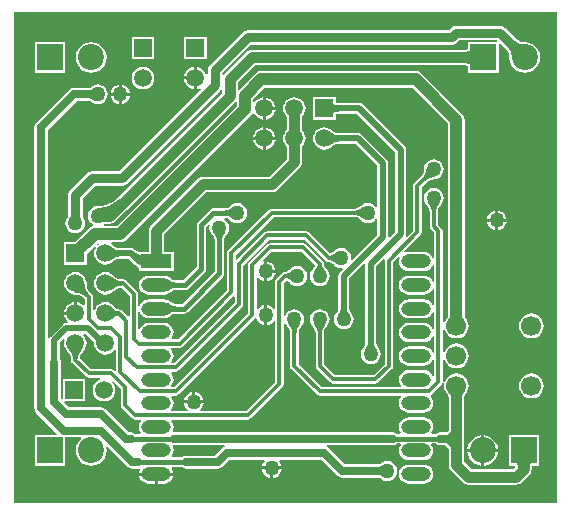
<source format=gbl>
%FSLAX25Y25*%
%MOIN*%
G70*
G01*
G75*
G04 Layer_Physical_Order=4*
G04 Layer_Color=16711680*
%ADD10C,0.02756*%
%ADD11C,0.01181*%
%ADD12C,0.01969*%
%ADD13C,0.01575*%
%ADD14C,0.03543*%
%ADD15C,0.03937*%
%ADD16C,0.03150*%
%ADD17R,0.04331X0.06693*%
%ADD18R,0.07480X0.09449*%
%ADD19O,0.07874X0.01378*%
%ADD20R,0.06693X0.04331*%
%ADD21R,0.03740X0.08661*%
%ADD22R,0.21654X0.26378*%
%ADD23O,0.06890X0.02165*%
%ADD24O,0.02165X0.06890*%
%ADD25R,0.07087X0.06299*%
G04:AMPARAMS|DCode=26|XSize=49.5mil|YSize=30mil|CornerRadius=0mil|HoleSize=0mil|Usage=FLASHONLY|Rotation=315.000|XOffset=0mil|YOffset=0mil|HoleType=Round|Shape=Rectangle|*
%AMROTATEDRECTD26*
4,1,4,-0.02811,0.00689,-0.00689,0.02811,0.02811,-0.00689,0.00689,-0.02811,-0.02811,0.00689,0.0*
%
%ADD26ROTATEDRECTD26*%

G04:AMPARAMS|DCode=27|XSize=49.5mil|YSize=30mil|CornerRadius=0mil|HoleSize=0mil|Usage=FLASHONLY|Rotation=45.000|XOffset=0mil|YOffset=0mil|HoleType=Round|Shape=Rectangle|*
%AMROTATEDRECTD27*
4,1,4,-0.00689,-0.02811,-0.02811,-0.00689,0.00689,0.02811,0.02811,0.00689,-0.00689,-0.02811,0.0*
%
%ADD27ROTATEDRECTD27*%

G04:AMPARAMS|DCode=28|XSize=42.4mil|YSize=15.23mil|CornerRadius=0mil|HoleSize=0mil|Usage=FLASHONLY|Rotation=315.000|XOffset=0mil|YOffset=0mil|HoleType=Round|Shape=Rectangle|*
%AMROTATEDRECTD28*
4,1,4,-0.02038,0.00961,-0.00961,0.02038,0.02038,-0.00961,0.00961,-0.02038,-0.02038,0.00961,0.0*
%
%ADD28ROTATEDRECTD28*%

G04:AMPARAMS|DCode=29|XSize=65mil|YSize=27.71mil|CornerRadius=0mil|HoleSize=0mil|Usage=FLASHONLY|Rotation=315.000|XOffset=0mil|YOffset=0mil|HoleType=Round|Shape=Rectangle|*
%AMROTATEDRECTD29*
4,1,4,-0.03278,0.01318,-0.01318,0.03278,0.03278,-0.01318,0.01318,-0.03278,-0.03278,0.01318,0.0*
%
%ADD29ROTATEDRECTD29*%

G04:AMPARAMS|DCode=30|XSize=60.87mil|YSize=31.82mil|CornerRadius=0mil|HoleSize=0mil|Usage=FLASHONLY|Rotation=45.000|XOffset=0mil|YOffset=0mil|HoleType=Round|Shape=Rectangle|*
%AMROTATEDRECTD30*
4,1,4,-0.01027,-0.03277,-0.03277,-0.01027,0.01027,0.03277,0.03277,0.01027,-0.01027,-0.03277,0.0*
%
%ADD30ROTATEDRECTD30*%

G04:AMPARAMS|DCode=31|XSize=55mil|YSize=25mil|CornerRadius=0mil|HoleSize=0mil|Usage=FLASHONLY|Rotation=45.000|XOffset=0mil|YOffset=0mil|HoleType=Round|Shape=Rectangle|*
%AMROTATEDRECTD31*
4,1,4,-0.01061,-0.02828,-0.02828,-0.01061,0.01061,0.02828,0.02828,0.01061,-0.01061,-0.02828,0.0*
%
%ADD31ROTATEDRECTD31*%

%ADD32R,0.00500X0.01000*%
G04:AMPARAMS|DCode=33|XSize=65mil|YSize=30mil|CornerRadius=0mil|HoleSize=0mil|Usage=FLASHONLY|Rotation=311.618|XOffset=0mil|YOffset=0mil|HoleType=Round|Shape=Rectangle|*
%AMROTATEDRECTD33*
4,1,4,-0.03280,0.01433,-0.01037,0.03426,0.03280,-0.01433,0.01037,-0.03426,-0.03280,0.01433,0.0*
%
%ADD33ROTATEDRECTD33*%

%ADD34P,0.07071X4X360.0*%
G04:AMPARAMS|DCode=35|XSize=40.51mil|YSize=13.28mil|CornerRadius=0mil|HoleSize=0mil|Usage=FLASHONLY|Rotation=45.000|XOffset=0mil|YOffset=0mil|HoleType=Round|Shape=Rectangle|*
%AMROTATEDRECTD35*
4,1,4,-0.00963,-0.01902,-0.01902,-0.00963,0.00963,0.01902,0.01902,0.00963,-0.00963,-0.01902,0.0*
%
%ADD35ROTATEDRECTD35*%

G04:AMPARAMS|DCode=36|XSize=40mil|YSize=11.71mil|CornerRadius=0mil|HoleSize=0mil|Usage=FLASHONLY|Rotation=51.340|XOffset=0mil|YOffset=0mil|HoleType=Round|Shape=Rectangle|*
%AMROTATEDRECTD36*
4,1,4,-0.00792,-0.01928,-0.01707,-0.01196,0.00792,0.01928,0.01707,0.01196,-0.00792,-0.01928,0.0*
%
%ADD36ROTATEDRECTD36*%

G04:AMPARAMS|DCode=37|XSize=31.15mil|YSize=14.57mil|CornerRadius=0mil|HoleSize=0mil|Usage=FLASHONLY|Rotation=315.000|XOffset=0mil|YOffset=0mil|HoleType=Round|Shape=Rectangle|*
%AMROTATEDRECTD37*
4,1,4,-0.01617,0.00586,-0.00586,0.01617,0.01617,-0.00586,0.00586,-0.01617,-0.01617,0.00586,0.0*
%
%ADD37ROTATEDRECTD37*%

G04:AMPARAMS|DCode=38|XSize=35mil|YSize=15mil|CornerRadius=0mil|HoleSize=0mil|Usage=FLASHONLY|Rotation=45.000|XOffset=0mil|YOffset=0mil|HoleType=Round|Shape=Rectangle|*
%AMROTATEDRECTD38*
4,1,4,-0.00707,-0.01768,-0.01768,-0.00707,0.00707,0.01768,0.01768,0.00707,-0.00707,-0.01768,0.0*
%
%ADD38ROTATEDRECTD38*%

G04:AMPARAMS|DCode=39|XSize=35mil|YSize=15mil|CornerRadius=0mil|HoleSize=0mil|Usage=FLASHONLY|Rotation=315.000|XOffset=0mil|YOffset=0mil|HoleType=Round|Shape=Rectangle|*
%AMROTATEDRECTD39*
4,1,4,-0.01768,0.00707,-0.00707,0.01768,0.01768,-0.00707,0.00707,-0.01768,-0.01768,0.00707,0.0*
%
%ADD39ROTATEDRECTD39*%

G04:AMPARAMS|DCode=40|XSize=17.93mil|YSize=33.18mil|CornerRadius=0mil|HoleSize=0mil|Usage=FLASHONLY|Rotation=315.000|XOffset=0mil|YOffset=0mil|HoleType=Round|Shape=Rectangle|*
%AMROTATEDRECTD40*
4,1,4,-0.01807,-0.00539,0.00539,0.01807,0.01807,0.00539,-0.00539,-0.01807,-0.01807,-0.00539,0.0*
%
%ADD40ROTATEDRECTD40*%

G04:AMPARAMS|DCode=41|XSize=27.23mil|YSize=15mil|CornerRadius=0mil|HoleSize=0mil|Usage=FLASHONLY|Rotation=45.000|XOffset=0mil|YOffset=0mil|HoleType=Round|Shape=Rectangle|*
%AMROTATEDRECTD41*
4,1,4,-0.00432,-0.01493,-0.01493,-0.00432,0.00432,0.01493,0.01493,0.00432,-0.00432,-0.01493,0.0*
%
%ADD41ROTATEDRECTD41*%

G04:AMPARAMS|DCode=42|XSize=30.51mil|YSize=15mil|CornerRadius=0mil|HoleSize=0mil|Usage=FLASHONLY|Rotation=315.000|XOffset=0mil|YOffset=0mil|HoleType=Round|Shape=Rectangle|*
%AMROTATEDRECTD42*
4,1,4,-0.01609,0.00548,-0.00548,0.01609,0.01609,-0.00548,0.00548,-0.01609,-0.01609,0.00548,0.0*
%
%ADD42ROTATEDRECTD42*%

G04:AMPARAMS|DCode=43|XSize=15mil|YSize=10.61mil|CornerRadius=0mil|HoleSize=0mil|Usage=FLASHONLY|Rotation=315.000|XOffset=0mil|YOffset=0mil|HoleType=Round|Shape=Rectangle|*
%AMROTATEDRECTD43*
4,1,4,-0.00905,0.00155,-0.00155,0.00905,0.00905,-0.00155,0.00155,-0.00905,-0.00905,0.00155,0.0*
%
%ADD43ROTATEDRECTD43*%

G04:AMPARAMS|DCode=44|XSize=25mil|YSize=11.24mil|CornerRadius=0mil|HoleSize=0mil|Usage=FLASHONLY|Rotation=41.479|XOffset=0mil|YOffset=0mil|HoleType=Round|Shape=Rectangle|*
%AMROTATEDRECTD44*
4,1,4,-0.00564,-0.01249,-0.01309,-0.00407,0.00564,0.01249,0.01309,0.00407,-0.00564,-0.01249,0.0*
%
%ADD44ROTATEDRECTD44*%

G04:AMPARAMS|DCode=45|XSize=19.45mil|YSize=10mil|CornerRadius=0mil|HoleSize=0mil|Usage=FLASHONLY|Rotation=311.390|XOffset=0mil|YOffset=0mil|HoleType=Round|Shape=Rectangle|*
%AMROTATEDRECTD45*
4,1,4,-0.01018,0.00399,-0.00268,0.01060,0.01018,-0.00399,0.00268,-0.01060,-0.01018,0.00399,0.0*
%
%ADD45ROTATEDRECTD45*%

G04:AMPARAMS|DCode=46|XSize=23.54mil|YSize=10mil|CornerRadius=0mil|HoleSize=0mil|Usage=FLASHONLY|Rotation=45.000|XOffset=0mil|YOffset=0mil|HoleType=Round|Shape=Rectangle|*
%AMROTATEDRECTD46*
4,1,4,-0.00479,-0.01186,-0.01186,-0.00479,0.00479,0.01186,0.01186,0.00479,-0.00479,-0.01186,0.0*
%
%ADD46ROTATEDRECTD46*%

G04:AMPARAMS|DCode=47|XSize=49.5mil|YSize=17.93mil|CornerRadius=0mil|HoleSize=0mil|Usage=FLASHONLY|Rotation=45.000|XOffset=0mil|YOffset=0mil|HoleType=Round|Shape=Rectangle|*
%AMROTATEDRECTD47*
4,1,4,-0.01116,-0.02384,-0.02384,-0.01116,0.01116,0.02384,0.02384,0.01116,-0.01116,-0.02384,0.0*
%
%ADD47ROTATEDRECTD47*%

G04:AMPARAMS|DCode=48|XSize=71.37mil|YSize=59.39mil|CornerRadius=0mil|HoleSize=0mil|Usage=FLASHONLY|Rotation=330.602|XOffset=0mil|YOffset=0mil|HoleType=Round|Shape=Rectangle|*
%AMROTATEDRECTD48*
4,1,4,-0.04567,-0.00836,-0.01652,0.04339,0.04567,0.00836,0.01652,-0.04339,-0.04567,-0.00836,0.0*
%
%ADD48ROTATEDRECTD48*%

G04:AMPARAMS|DCode=49|XSize=106.12mil|YSize=43.14mil|CornerRadius=0mil|HoleSize=0mil|Usage=FLASHONLY|Rotation=315.000|XOffset=0mil|YOffset=0mil|HoleType=Round|Shape=Rectangle|*
%AMROTATEDRECTD49*
4,1,4,-0.05277,0.02227,-0.02227,0.05277,0.05277,-0.02227,0.02227,-0.05277,-0.05277,0.02227,0.0*
%
%ADD49ROTATEDRECTD49*%

G04:AMPARAMS|DCode=50|XSize=43.52mil|YSize=25.48mil|CornerRadius=0mil|HoleSize=0mil|Usage=FLASHONLY|Rotation=50.423|XOffset=0mil|YOffset=0mil|HoleType=Round|Shape=Rectangle|*
%AMROTATEDRECTD50*
4,1,4,-0.00405,-0.02489,-0.02368,-0.00866,0.00405,0.02489,0.02368,0.00866,-0.00405,-0.02489,0.0*
%
%ADD50ROTATEDRECTD50*%

%ADD51R,0.19500X0.06500*%
%ADD52R,0.05906X0.05906*%
%ADD53C,0.05906*%
%ADD54O,0.09843X0.04724*%
%ADD55R,0.09843X0.04724*%
%ADD56R,0.05906X0.05906*%
%ADD57C,0.06693*%
%ADD58C,0.08661*%
%ADD59R,0.08661X0.08661*%
%ADD60C,0.05000*%
%ADD61C,0.04000*%
%ADD62C,0.07543*%
%ADD63C,0.07150*%
%ADD64C,0.08724*%
%ADD65C,0.06800*%
G04:AMPARAMS|DCode=66|XSize=40mil|YSize=42.6mil|CornerRadius=0mil|HoleSize=0mil|Usage=FLASHONLY|Rotation=45.000|XOffset=0mil|YOffset=0mil|HoleType=Round|Shape=Rectangle|*
%AMROTATEDRECTD66*
4,1,4,0.00092,-0.02920,-0.02920,0.00092,-0.00092,0.02920,0.02920,-0.00092,0.00092,-0.02920,0.0*
%
%ADD66ROTATEDRECTD66*%

G36*
X182595Y1405D02*
X1405D01*
Y165095D01*
X182595D01*
Y1405D01*
D02*
G37*
%LPC*%
G36*
X21500Y68207D02*
X21024Y68144D01*
X20114Y67767D01*
X19332Y67168D01*
X18733Y66386D01*
X18356Y65476D01*
X18293Y65000D01*
X21500D01*
Y68207D01*
D02*
G37*
G36*
X162000Y95000D02*
X159250D01*
X159297Y94642D01*
X159628Y93842D01*
X160155Y93155D01*
X160842Y92629D01*
X161642Y92297D01*
X162000Y92250D01*
Y95000D01*
D02*
G37*
G36*
X174000Y44484D02*
X172921Y44342D01*
X171915Y43926D01*
X171052Y43263D01*
X170389Y42400D01*
X169973Y41394D01*
X169831Y40315D01*
X169973Y39236D01*
X170389Y38230D01*
X171052Y37367D01*
X171915Y36704D01*
X172921Y36288D01*
X174000Y36145D01*
X175079Y36288D01*
X176085Y36704D01*
X176948Y37367D01*
X177611Y38230D01*
X178027Y39236D01*
X178170Y40315D01*
X178027Y41394D01*
X177611Y42400D01*
X176948Y43263D01*
X176085Y43926D01*
X175079Y44342D01*
X174000Y44484D01*
D02*
G37*
G36*
Y64485D02*
X172921Y64342D01*
X171915Y63926D01*
X171052Y63263D01*
X170389Y62400D01*
X169973Y61394D01*
X169831Y60315D01*
X169973Y59236D01*
X170389Y58230D01*
X171052Y57367D01*
X171915Y56704D01*
X172921Y56287D01*
X174000Y56145D01*
X175079Y56287D01*
X176085Y56704D01*
X176948Y57367D01*
X177611Y58230D01*
X178027Y59236D01*
X178170Y60315D01*
X178027Y61394D01*
X177611Y62400D01*
X176948Y63263D01*
X176085Y63926D01*
X175079Y64342D01*
X174000Y64485D01*
D02*
G37*
G36*
X163000Y98750D02*
Y96000D01*
X165750D01*
X165703Y96358D01*
X165372Y97158D01*
X164845Y97845D01*
X164158Y98371D01*
X163358Y98703D01*
X163000Y98750D01*
D02*
G37*
G36*
X84500Y122315D02*
X81293D01*
X81356Y121839D01*
X81733Y120929D01*
X82332Y120148D01*
X83114Y119548D01*
X84024Y119171D01*
X84500Y119108D01*
Y122315D01*
D02*
G37*
G36*
X165750Y95000D02*
X163000D01*
Y92250D01*
X163358Y92297D01*
X164158Y92629D01*
X164845Y93155D01*
X165372Y93842D01*
X165703Y94642D01*
X165750Y95000D01*
D02*
G37*
G36*
X162000Y98750D02*
X161642Y98703D01*
X160842Y98371D01*
X160155Y97845D01*
X159628Y97158D01*
X159297Y96358D01*
X159250Y96000D01*
X162000D01*
Y98750D01*
D02*
G37*
G36*
X158221Y23911D02*
Y19315D01*
X162817D01*
X162707Y20151D01*
X162191Y21396D01*
X161371Y22465D01*
X160302Y23286D01*
X159057Y23801D01*
X158221Y23911D01*
D02*
G37*
G36*
X138173Y14126D02*
X133055D01*
X132233Y14017D01*
X131467Y13700D01*
X130809Y13195D01*
X130304Y12537D01*
X129987Y11771D01*
X129878Y10949D01*
X129987Y10127D01*
X130304Y9360D01*
X130809Y8703D01*
X131467Y8198D01*
X132233Y7880D01*
X133055Y7772D01*
X138173D01*
X138995Y7880D01*
X139762Y8198D01*
X140420Y8703D01*
X140924Y9360D01*
X141242Y10127D01*
X141350Y10949D01*
X141242Y11771D01*
X140924Y12537D01*
X140420Y13195D01*
X139762Y13700D01*
X138995Y14017D01*
X138173Y14126D01*
D02*
G37*
G36*
X87000Y12500D02*
X84250D01*
X84297Y12142D01*
X84628Y11342D01*
X85155Y10655D01*
X85842Y10129D01*
X86642Y9797D01*
X87000Y9750D01*
Y12500D01*
D02*
G37*
G36*
X48500Y10449D02*
X43330D01*
X43372Y10127D01*
X43690Y9360D01*
X44195Y8703D01*
X44853Y8198D01*
X45619Y7880D01*
X46441Y7772D01*
X48500D01*
Y10449D01*
D02*
G37*
G36*
X54670D02*
X49500D01*
Y7772D01*
X51559D01*
X52381Y7880D01*
X53148Y8198D01*
X53805Y8703D01*
X54310Y9360D01*
X54628Y10127D01*
X54670Y10449D01*
D02*
G37*
G36*
X162817Y18315D02*
X158221D01*
Y13719D01*
X159057Y13829D01*
X160302Y14344D01*
X161371Y15165D01*
X162191Y16234D01*
X162707Y17479D01*
X162817Y18315D01*
D02*
G37*
G36*
X157220Y23911D02*
X156384Y23801D01*
X155139Y23286D01*
X154070Y22465D01*
X153250Y21396D01*
X152734Y20151D01*
X152624Y19315D01*
X157220D01*
Y23911D01*
D02*
G37*
G36*
X90750Y12500D02*
X88000D01*
Y9750D01*
X88358Y9797D01*
X89158Y10129D01*
X89845Y10655D01*
X90372Y11342D01*
X90703Y12142D01*
X90750Y12500D01*
D02*
G37*
G36*
X157220Y18315D02*
X152624D01*
X152734Y17479D01*
X153250Y16234D01*
X154070Y15165D01*
X155139Y14344D01*
X156384Y13829D01*
X157220Y13719D01*
Y18315D01*
D02*
G37*
G36*
X44500Y146772D02*
X43524Y146644D01*
X42614Y146267D01*
X41833Y145668D01*
X41233Y144886D01*
X40856Y143976D01*
X40728Y143000D01*
X40856Y142024D01*
X41233Y141114D01*
X41833Y140332D01*
X42614Y139733D01*
X43524Y139356D01*
X44500Y139228D01*
X45476Y139356D01*
X46386Y139733D01*
X47168Y140332D01*
X47767Y141114D01*
X48144Y142024D01*
X48272Y143000D01*
X48144Y143976D01*
X47767Y144886D01*
X47168Y145668D01*
X46386Y146267D01*
X45476Y146644D01*
X44500Y146772D01*
D02*
G37*
G36*
X61500Y142500D02*
X58293D01*
X58356Y142024D01*
X58733Y141114D01*
X59333Y140332D01*
X60114Y139733D01*
X61024Y139356D01*
X61500Y139293D01*
Y142500D01*
D02*
G37*
G36*
X37500Y140750D02*
Y138000D01*
X40250D01*
X40203Y138358D01*
X39871Y139158D01*
X39345Y139845D01*
X38658Y140372D01*
X37858Y140703D01*
X37500Y140750D01*
D02*
G37*
G36*
X40250Y137000D02*
X37500D01*
Y134250D01*
X37858Y134297D01*
X38658Y134628D01*
X39345Y135155D01*
X39871Y135842D01*
X40203Y136642D01*
X40250Y137000D01*
D02*
G37*
G36*
X36500Y140750D02*
X36142Y140703D01*
X35342Y140372D01*
X34655Y139845D01*
X34128Y139158D01*
X33797Y138358D01*
X33750Y138000D01*
X36500D01*
Y140750D01*
D02*
G37*
G36*
X61500Y146707D02*
X61024Y146644D01*
X60114Y146267D01*
X59333Y145668D01*
X58733Y144886D01*
X58356Y143976D01*
X58293Y143500D01*
X61500D01*
Y146707D01*
D02*
G37*
G36*
X65740Y156740D02*
X58260D01*
Y149260D01*
X65740D01*
Y156740D01*
D02*
G37*
G36*
X163594Y160408D02*
X149000D01*
X148078Y160225D01*
X147297Y159703D01*
X146502Y158908D01*
X79500D01*
X78578Y158725D01*
X77797Y158203D01*
X66797Y147203D01*
X66275Y146422D01*
X66092Y145500D01*
Y144177D01*
X65601Y144080D01*
X65267Y144886D01*
X64667Y145668D01*
X63886Y146267D01*
X62976Y146644D01*
X62500Y146707D01*
Y143000D01*
Y139293D01*
X62976Y139356D01*
X63455Y139554D01*
X63732Y139138D01*
X36502Y111908D01*
X27500D01*
X26578Y111725D01*
X25797Y111203D01*
X20297Y105703D01*
X19775Y104922D01*
X19591Y104000D01*
Y96761D01*
X19128Y96158D01*
X18797Y95358D01*
X18684Y94500D01*
X18797Y93642D01*
X19128Y92842D01*
X19655Y92155D01*
X20342Y91628D01*
X21142Y91297D01*
X22000Y91184D01*
X22858Y91297D01*
X23658Y91628D01*
X24345Y92155D01*
X24871Y92842D01*
X25203Y93642D01*
X25316Y94500D01*
X25203Y95358D01*
X24871Y96158D01*
X24408Y96761D01*
Y103002D01*
X28498Y107091D01*
X37500D01*
X38422Y107275D01*
X39203Y107797D01*
X39203Y107797D01*
X39203Y107797D01*
X70203Y138797D01*
X70440Y139152D01*
X70919Y139007D01*
Y138069D01*
X35641Y102792D01*
X34416Y101786D01*
X32886Y100968D01*
X31226Y100465D01*
X29591Y100304D01*
X29500Y100316D01*
X28642Y100203D01*
X27842Y99871D01*
X27155Y99345D01*
X26629Y98658D01*
X26297Y97858D01*
X26184Y97000D01*
X26297Y96142D01*
X26629Y95342D01*
X27155Y94655D01*
X27799Y94161D01*
X27734Y93666D01*
X27110Y93407D01*
X26535Y92966D01*
X21809Y88240D01*
X18260D01*
Y80760D01*
X25740D01*
Y84309D01*
X29522Y88091D01*
X30009Y87978D01*
X30088Y87747D01*
X29333Y87168D01*
X28733Y86386D01*
X28356Y85476D01*
X28228Y84500D01*
X28356Y83524D01*
X28733Y82614D01*
X29333Y81832D01*
X30114Y81233D01*
X31024Y80856D01*
X32000Y80728D01*
X32976Y80856D01*
X33886Y81233D01*
X34638Y81810D01*
X34669Y81831D01*
X34668Y81832D01*
X34685Y81855D01*
X35274Y82308D01*
X35987Y82603D01*
X36676Y82694D01*
X39752D01*
X41530Y80916D01*
X41530Y80916D01*
X41520Y80906D01*
X41601Y80844D01*
X41908Y80538D01*
X42494Y80146D01*
X42517Y80142D01*
X42684Y80014D01*
X43291Y79762D01*
Y78665D01*
X54709D01*
Y84965D01*
X51581D01*
Y90931D01*
X65569Y104919D01*
X87500D01*
X88168Y105007D01*
X88479Y105136D01*
X88791Y105265D01*
X89325Y105675D01*
X96825Y113175D01*
X97235Y113709D01*
X97364Y114021D01*
X97493Y114332D01*
X97581Y115000D01*
Y120081D01*
X97667Y120148D01*
X98267Y120929D01*
X98644Y121839D01*
X98772Y122815D01*
X98644Y123791D01*
X98267Y124701D01*
X97667Y125482D01*
X97581Y125549D01*
Y130081D01*
X97667Y130148D01*
X98267Y130929D01*
X98644Y131839D01*
X98772Y132815D01*
X98644Y133791D01*
X98267Y134701D01*
X97667Y135483D01*
X96886Y136082D01*
X95976Y136459D01*
X95000Y136587D01*
X94024Y136459D01*
X93114Y136082D01*
X92333Y135483D01*
X91733Y134701D01*
X91356Y133791D01*
X91228Y132815D01*
X91356Y131839D01*
X91733Y130929D01*
X92333Y130148D01*
X92419Y130081D01*
Y125549D01*
X92333Y125482D01*
X91733Y124701D01*
X91356Y123791D01*
X91228Y122815D01*
X91356Y121839D01*
X91733Y120929D01*
X92333Y120148D01*
X92419Y120081D01*
Y116069D01*
X86431Y110081D01*
X64500D01*
X63832Y109993D01*
X63650Y109918D01*
X63209Y109735D01*
X62675Y109325D01*
X47175Y93825D01*
X46765Y93291D01*
X46636Y92979D01*
X46507Y92668D01*
X46419Y92000D01*
Y84965D01*
X43291D01*
Y84965D01*
X43196Y84901D01*
X42538Y85173D01*
X41867Y85688D01*
X41777Y85777D01*
X41191Y86169D01*
X40500Y86306D01*
X36676D01*
X35987Y86397D01*
X35274Y86692D01*
X34685Y87145D01*
X34668Y87168D01*
X34669Y87169D01*
X34638Y87190D01*
X33913Y87747D01*
X34070Y88210D01*
X34074Y88220D01*
X37000D01*
X37719Y88315D01*
X38390Y88593D01*
X38965Y89034D01*
X38965Y89034D01*
X38965Y89034D01*
X80493Y130562D01*
X80935Y131138D01*
X81041Y131393D01*
X81541D01*
X81733Y130929D01*
X82332Y130148D01*
X83114Y129548D01*
X84024Y129171D01*
X84500Y129108D01*
Y132815D01*
Y136522D01*
X84024Y136459D01*
X83114Y136082D01*
X82332Y135483D01*
X81781Y134763D01*
X81307Y134924D01*
Y135876D01*
X85151Y139720D01*
X134349D01*
X146220Y127849D01*
Y63393D01*
X146052Y63263D01*
X145389Y62400D01*
X144973Y61394D01*
X144904Y60873D01*
X144405Y60905D01*
Y92000D01*
X144298Y92538D01*
X143993Y92993D01*
X142905Y94082D01*
Y98390D01*
X142907D01*
X142905Y98410D01*
Y98424D01*
X143010Y99221D01*
X143331Y99995D01*
X143827Y100642D01*
X143845Y100655D01*
X144371Y101342D01*
X144703Y102142D01*
X144816Y103000D01*
X144703Y103858D01*
X144371Y104658D01*
X143845Y105345D01*
X143158Y105871D01*
X142358Y106203D01*
X141500Y106316D01*
X140642Y106203D01*
X139842Y105871D01*
X139155Y105345D01*
X138628Y104658D01*
X138297Y103858D01*
X138184Y103000D01*
X138297Y102142D01*
X138628Y101342D01*
X139155Y100655D01*
X139173Y100642D01*
X139670Y99995D01*
X139990Y99221D01*
X140095Y98424D01*
Y98410D01*
X140093Y98390D01*
X140095D01*
Y93500D01*
X140095Y93500D01*
X140095D01*
X140202Y92962D01*
X140506Y92507D01*
X141595Y91418D01*
Y83066D01*
X141105Y82968D01*
X140924Y83403D01*
X140420Y84061D01*
X139762Y84566D01*
X138995Y84883D01*
X138173Y84992D01*
X133055D01*
X132233Y84883D01*
X131944Y84764D01*
X131667Y85180D01*
X136994Y90507D01*
X137298Y90962D01*
X137405Y91500D01*
X137405Y91500D01*
X137405Y91500D01*
Y91500D01*
Y106418D01*
X139234Y108247D01*
X139234Y108247D01*
X139235Y108246D01*
X139248Y108261D01*
X139258Y108271D01*
X139895Y108760D01*
X140669Y109081D01*
X141478Y109187D01*
X141500Y109184D01*
X142358Y109297D01*
X143158Y109628D01*
X143845Y110155D01*
X144371Y110842D01*
X144703Y111642D01*
X144816Y112500D01*
X144703Y113358D01*
X144371Y114158D01*
X143845Y114845D01*
X143158Y115372D01*
X142358Y115703D01*
X141500Y115816D01*
X140642Y115703D01*
X139842Y115372D01*
X139155Y114845D01*
X138628Y114158D01*
X138297Y113358D01*
X138184Y112500D01*
X138187Y112478D01*
X138081Y111669D01*
X137760Y110895D01*
X137271Y110258D01*
X137261Y110248D01*
X137246Y110235D01*
X137247Y110234D01*
X137247Y110234D01*
X135006Y107993D01*
X134702Y107538D01*
X134595Y107000D01*
Y92082D01*
X132616Y90103D01*
X132175Y90338D01*
X132306Y91000D01*
X132306Y91000D01*
X132306Y91000D01*
Y91000D01*
Y119000D01*
X132169Y119691D01*
X131777Y120277D01*
X117962Y134092D01*
X117376Y134484D01*
X116685Y134621D01*
X109676D01*
X108987Y134712D01*
X108740Y134814D01*
Y136555D01*
X101260D01*
Y129075D01*
X108740D01*
Y130815D01*
X108987Y130918D01*
X109676Y131009D01*
X115937D01*
X128694Y118252D01*
Y91748D01*
X126839Y89894D01*
X126372Y89987D01*
X126306Y90014D01*
Y114500D01*
X126169Y115191D01*
X125777Y115777D01*
X117462Y124092D01*
X116876Y124484D01*
X116185Y124621D01*
X109676D01*
X108987Y124712D01*
X108274Y125007D01*
X107685Y125460D01*
X107668Y125482D01*
X107669Y125484D01*
X107665Y125487D01*
X107665Y125487D01*
Y125487D01*
X107638Y125505D01*
X106886Y126082D01*
X105976Y126459D01*
X105000Y126587D01*
X104024Y126459D01*
X103114Y126082D01*
X102332Y125482D01*
X101733Y124701D01*
X101356Y123791D01*
X101228Y122815D01*
X101356Y121839D01*
X101733Y120929D01*
X102332Y120148D01*
X103114Y119548D01*
X104024Y119171D01*
X105000Y119043D01*
X105976Y119171D01*
X106886Y119548D01*
X107638Y120125D01*
X107669Y120146D01*
X107668Y120148D01*
X107685Y120170D01*
X108274Y120623D01*
X108987Y120918D01*
X109676Y121009D01*
X115437D01*
X122694Y113752D01*
Y100016D01*
X122220Y99855D01*
X121845Y100345D01*
X121158Y100872D01*
X120358Y101203D01*
X119500Y101316D01*
X118642Y101203D01*
X117842Y100872D01*
X117155Y100345D01*
X117142Y100327D01*
X116495Y99831D01*
X115721Y99510D01*
X114924Y99405D01*
X114910D01*
X114890Y99407D01*
Y99405D01*
X87500D01*
X86962Y99298D01*
X86507Y98993D01*
X73007Y85493D01*
X72702Y85038D01*
X72595Y84500D01*
Y72082D01*
X56371Y55858D01*
X54302D01*
X54081Y56306D01*
X54310Y56604D01*
X54628Y57371D01*
X54736Y58193D01*
X54628Y59015D01*
X54310Y59781D01*
X53805Y60439D01*
X53148Y60944D01*
X52381Y61261D01*
X51559Y61370D01*
X46441D01*
X45619Y61261D01*
X44853Y60944D01*
X44195Y60439D01*
X43690Y59781D01*
X43395Y59070D01*
X42905Y59168D01*
Y65092D01*
X43395Y65189D01*
X43690Y64478D01*
X44195Y63821D01*
X44853Y63316D01*
X45619Y62998D01*
X46441Y62890D01*
X51559D01*
X52381Y62998D01*
X53148Y63316D01*
X53762Y63787D01*
X53808Y63818D01*
X53805Y63821D01*
X53842Y63869D01*
X54511Y64316D01*
X55243Y64461D01*
X55243D01*
X55361Y64446D01*
Y64461D01*
X58252D01*
X58252Y64461D01*
X58764Y64563D01*
X58866Y64583D01*
X59387Y64932D01*
X59387Y64931D01*
X59387Y64932D01*
X71135Y76680D01*
X71135Y76680D01*
X71483Y77201D01*
X71504Y77302D01*
X71606Y77815D01*
X71606Y77815D01*
Y88865D01*
X71624D01*
X71606Y89005D01*
Y89016D01*
X71770Y89845D01*
X72278Y90604D01*
X72345Y90655D01*
X72346Y90654D01*
X72367Y90685D01*
X72872Y91342D01*
X73203Y92142D01*
X73316Y93000D01*
X73203Y93858D01*
X72872Y94658D01*
X72345Y95345D01*
X71658Y95872D01*
X71580Y95904D01*
X71580Y95904D01*
X71865Y96376D01*
Y96376D01*
X72005Y96394D01*
X72016D01*
X72845Y96230D01*
X73604Y95722D01*
X73655Y95655D01*
X73654Y95654D01*
X73685Y95633D01*
X74342Y95129D01*
X75142Y94797D01*
X76000Y94684D01*
X76858Y94797D01*
X77658Y95129D01*
X78345Y95655D01*
X78872Y96342D01*
X79203Y97142D01*
X79316Y98000D01*
X79203Y98858D01*
X78872Y99658D01*
X78345Y100345D01*
X77658Y100872D01*
X76858Y101203D01*
X76000Y101316D01*
X75142Y101203D01*
X74342Y100872D01*
X73685Y100367D01*
X73654Y100346D01*
X73655Y100345D01*
X73604Y100278D01*
X72845Y99770D01*
X72016Y99606D01*
X72005D01*
X71865Y99624D01*
Y99606D01*
X68000D01*
X67386Y99483D01*
X66865Y99135D01*
X66865Y99135D01*
X62865Y95135D01*
X62517Y94614D01*
X62496Y94512D01*
X62394Y94000D01*
X62394Y94000D01*
Y79980D01*
X57961Y75547D01*
X55361D01*
Y75562D01*
X55243Y75547D01*
X55243D01*
X54511Y75692D01*
X53842Y76139D01*
X53805Y76187D01*
X53808Y76190D01*
X53802Y76194D01*
Y76194D01*
X53802Y76194D01*
X53762Y76221D01*
X53148Y76692D01*
X52381Y77009D01*
X51559Y77118D01*
X46441D01*
X45619Y77009D01*
X44853Y76692D01*
X44195Y76187D01*
X43690Y75529D01*
X43372Y74763D01*
X43264Y73941D01*
X43372Y73119D01*
X43690Y72352D01*
X44195Y71695D01*
X44853Y71190D01*
X45619Y70872D01*
X46441Y70764D01*
X51559D01*
X52381Y70872D01*
X53148Y71190D01*
X53762Y71661D01*
X53808Y71692D01*
X53805Y71695D01*
X53842Y71743D01*
X54511Y72190D01*
X55243Y72335D01*
X55243D01*
X55361Y72320D01*
Y72335D01*
X58626D01*
X58626Y72335D01*
X59139Y72437D01*
X59240Y72457D01*
X59761Y72806D01*
X59761Y72806D01*
X59761Y72806D01*
X65135Y78180D01*
X65135Y78180D01*
X65483Y78701D01*
X65606Y79315D01*
Y93335D01*
X66325Y94054D01*
X66777Y93866D01*
X66797Y93857D01*
X66684Y93000D01*
X66797Y92142D01*
X67128Y91342D01*
X67633Y90685D01*
X67652Y90655D01*
D01*
X67654Y90654D01*
X67655Y90655D01*
X67722Y90604D01*
X68230Y89845D01*
X68394Y89016D01*
Y89005D01*
X68376Y88865D01*
X68394D01*
Y78480D01*
X57587Y67673D01*
X55361D01*
Y67688D01*
X55243Y67673D01*
X55243D01*
X54511Y67818D01*
X53842Y68265D01*
X53805Y68313D01*
X53808Y68316D01*
X53802Y68320D01*
Y68320D01*
X53802Y68320D01*
X53762Y68347D01*
X53148Y68818D01*
X52381Y69135D01*
X51559Y69244D01*
X46441D01*
X45619Y69135D01*
X44853Y68818D01*
X44195Y68313D01*
X43690Y67655D01*
X43395Y66944D01*
X42905Y67042D01*
Y71000D01*
X42798Y71538D01*
X42494Y71993D01*
X38993Y75493D01*
X38538Y75798D01*
X38000Y75905D01*
X37703D01*
Y75912D01*
X37629Y75905D01*
X37597D01*
X36587Y76038D01*
X35547Y76469D01*
X34712Y77109D01*
X34668Y77167D01*
X33886Y77767D01*
X32976Y78144D01*
X32000Y78272D01*
X31024Y78144D01*
X30114Y77767D01*
X29333Y77167D01*
X28733Y76386D01*
X28356Y75476D01*
X28228Y74500D01*
X28356Y73524D01*
X28733Y72614D01*
X29333Y71833D01*
X30114Y71233D01*
X31024Y70856D01*
X32000Y70728D01*
X32976Y70856D01*
X33886Y71233D01*
X34668Y71833D01*
X34712Y71891D01*
X35547Y72531D01*
X36587Y72962D01*
X37439Y73074D01*
X40095Y70418D01*
Y63545D01*
X39633Y63354D01*
X37494Y65493D01*
X37038Y65798D01*
X36500Y65905D01*
X36500D01*
Y65917D01*
X36435Y65908D01*
X35846Y66025D01*
X35291Y66396D01*
X35120Y66652D01*
X35082Y66627D01*
X35039Y66683D01*
X34938Y66835D01*
X34907Y66856D01*
X34668Y67168D01*
X33886Y67767D01*
X32976Y68144D01*
X32000Y68272D01*
X31024Y68144D01*
X30114Y67767D01*
X29333Y67168D01*
X28733Y66386D01*
X28395Y65571D01*
X27905Y65669D01*
Y70000D01*
X27798Y70538D01*
X27494Y70993D01*
X27026Y71461D01*
X27031Y71466D01*
X26974Y71513D01*
X26951Y71535D01*
X26331Y72344D01*
X25900Y73384D01*
X25763Y74427D01*
X25772Y74500D01*
X25644Y75476D01*
X25267Y76386D01*
X24667Y77167D01*
X23886Y77767D01*
X22976Y78144D01*
X22000Y78272D01*
X21024Y78144D01*
X20114Y77767D01*
X19332Y77167D01*
X18733Y76386D01*
X18356Y75476D01*
X18228Y74500D01*
X18356Y73524D01*
X18733Y72614D01*
X19332Y71833D01*
X20114Y71233D01*
X21024Y70856D01*
X22000Y70728D01*
X22073Y70737D01*
X23116Y70600D01*
X24156Y70169D01*
X24964Y69549D01*
X24987Y69526D01*
X25034Y69469D01*
X25039Y69474D01*
X25095Y69418D01*
Y67405D01*
X24647Y67184D01*
X23886Y67767D01*
X22976Y68144D01*
X22500Y68207D01*
Y64500D01*
X22000D01*
Y64000D01*
X18293D01*
X18356Y63524D01*
X18733Y62614D01*
X19332Y61832D01*
X19401Y61780D01*
X19240Y61306D01*
X19000D01*
X18309Y61169D01*
X17723Y60777D01*
X13723Y56777D01*
X13331Y56191D01*
X13205Y55559D01*
X12708Y55608D01*
Y125585D01*
X22414Y135292D01*
X26871D01*
X27134Y135183D01*
X27155Y135155D01*
X27145Y135145D01*
X27323Y135027D01*
X27842Y134628D01*
X28642Y134297D01*
X29500Y134184D01*
X30358Y134297D01*
X31158Y134628D01*
X31845Y135155D01*
X32372Y135842D01*
X32703Y136642D01*
X32816Y137500D01*
X32703Y138358D01*
X32372Y139158D01*
X31845Y139845D01*
X31158Y140372D01*
X30358Y140703D01*
X29500Y140816D01*
X28642Y140703D01*
X27842Y140372D01*
X27323Y139973D01*
X27145Y139855D01*
X27155Y139845D01*
X27134Y139817D01*
X26871Y139708D01*
X21500D01*
X20655Y139540D01*
X19939Y139061D01*
X8939Y128061D01*
X8460Y127345D01*
X8292Y126500D01*
Y33000D01*
X8460Y32155D01*
X8939Y31439D01*
X15983Y24395D01*
X15791Y23933D01*
X8382D01*
Y13697D01*
X18618D01*
Y23249D01*
X23873D01*
X24034Y22775D01*
X23629Y22465D01*
X22809Y21396D01*
X22293Y20151D01*
X22117Y18815D01*
X22293Y17479D01*
X22809Y16234D01*
X23629Y15165D01*
X24698Y14344D01*
X25943Y13829D01*
X27279Y13653D01*
X28616Y13829D01*
X29861Y14344D01*
X30930Y15165D01*
X31750Y16234D01*
X32266Y17479D01*
X32442Y18815D01*
X32298Y19911D01*
X32746Y20132D01*
X39439Y13439D01*
X39439Y13439D01*
X39439D01*
X39439Y13439D01*
X39439D01*
X39439Y13439D01*
Y13439D01*
Y13439D01*
D01*
D01*
X39439D01*
Y13439D01*
X40155Y12960D01*
X41000Y12792D01*
X43000D01*
X43284Y12849D01*
X43481Y12697D01*
X43664Y12475D01*
X43372Y11771D01*
X43330Y11449D01*
X54670D01*
X54628Y11771D01*
X54310Y12537D01*
X54084Y12832D01*
X54305Y13280D01*
X57391D01*
X58041Y12846D01*
X58886Y12678D01*
X69386D01*
X70231Y12846D01*
X70947Y13325D01*
X70947Y13325D01*
X70947Y13325D01*
X73414Y15792D01*
X84934D01*
X85155Y15345D01*
X84628Y14658D01*
X84297Y13858D01*
X84250Y13500D01*
X90750D01*
X90703Y13858D01*
X90372Y14658D01*
X89845Y15345D01*
X90066Y15792D01*
X104086D01*
X109439Y10439D01*
X110155Y9960D01*
X111000Y9792D01*
X123371D01*
X123634Y9683D01*
X123655Y9655D01*
X123645Y9646D01*
X123823Y9527D01*
X124342Y9128D01*
X125142Y8797D01*
X126000Y8684D01*
X126858Y8797D01*
X127658Y9128D01*
X128345Y9655D01*
X128872Y10342D01*
X129203Y11142D01*
X129316Y12000D01*
X129203Y12858D01*
X128872Y13658D01*
X128345Y14345D01*
X127658Y14872D01*
X126858Y15203D01*
X126000Y15316D01*
X125142Y15203D01*
X124342Y14872D01*
X123823Y14473D01*
X123645Y14355D01*
X123655Y14345D01*
X123634Y14317D01*
X123371Y14208D01*
X111915D01*
X106561Y19561D01*
X105845Y20040D01*
X105771Y20054D01*
X105820Y20552D01*
X127740D01*
X128585Y20720D01*
X129235Y21154D01*
X130309D01*
X130530Y20706D01*
X130304Y20411D01*
X129987Y19645D01*
X129878Y18823D01*
X129987Y18001D01*
X130304Y17234D01*
X130809Y16577D01*
X131467Y16072D01*
X132233Y15754D01*
X133055Y15646D01*
X138173D01*
X138995Y15754D01*
X139762Y16072D01*
X140420Y16577D01*
X140924Y17234D01*
X141242Y18001D01*
X141350Y18823D01*
X141242Y19645D01*
X140924Y20411D01*
X140698Y20706D01*
X140920Y21154D01*
X142206D01*
X142856Y20720D01*
X143701Y20552D01*
X145313D01*
X146419Y19446D01*
Y14000D01*
X146507Y13332D01*
X146636Y13021D01*
X146765Y12709D01*
X147175Y12175D01*
X151175Y8175D01*
X151709Y7765D01*
D01*
D01*
Y7765D01*
X151709Y7765D01*
D01*
D01*
X151709D01*
Y7765D01*
D01*
X151709D01*
Y7765D01*
X152332Y7507D01*
X153000Y7419D01*
X169000D01*
X169668Y7507D01*
X169979Y7636D01*
X170291Y7765D01*
X170825Y8175D01*
X173325Y10675D01*
X173735Y11209D01*
X173993Y11832D01*
X174081Y12500D01*
Y12637D01*
X174101D01*
X174091Y12737D01*
X174201Y13568D01*
X174254Y13697D01*
X176618D01*
Y23933D01*
X166382D01*
Y13697D01*
X168393D01*
X168585Y13235D01*
X167931Y12581D01*
X154069D01*
X151581Y15069D01*
Y36513D01*
X151590D01*
X151588Y36527D01*
X151678Y36979D01*
X151926Y37350D01*
X151948Y37367D01*
X152611Y38230D01*
X153027Y39236D01*
X153170Y40315D01*
X153027Y41394D01*
X152611Y42400D01*
X151948Y43263D01*
X151085Y43926D01*
X150079Y44342D01*
X149000Y44484D01*
X147921Y44342D01*
X146915Y43926D01*
X146052Y43263D01*
X145389Y42400D01*
X144973Y41394D01*
X144831Y40315D01*
X144973Y39236D01*
X145389Y38230D01*
X146052Y37367D01*
X146074Y37350D01*
X146322Y36979D01*
X146412Y36527D01*
X146410Y36513D01*
X146419D01*
Y25578D01*
X145808Y24968D01*
X143701D01*
X142856Y24800D01*
X142206Y24365D01*
X140919D01*
X140698Y24814D01*
X140924Y25108D01*
X141242Y25875D01*
X141350Y26697D01*
X141242Y27519D01*
X140924Y28285D01*
X140420Y28943D01*
X139762Y29448D01*
X138995Y29765D01*
X138173Y29874D01*
X133055D01*
X132233Y29765D01*
X131467Y29448D01*
X130809Y28943D01*
X130304Y28285D01*
X129987Y27519D01*
X129878Y26697D01*
X129987Y25875D01*
X130304Y25108D01*
X130530Y24814D01*
X130309Y24365D01*
X129235D01*
X128585Y24800D01*
X127740Y24968D01*
X55000D01*
X54705Y24909D01*
X54388Y25295D01*
X54628Y25875D01*
X54736Y26697D01*
X54628Y27519D01*
X54310Y28285D01*
X54033Y28647D01*
X54254Y29095D01*
X79500D01*
X80038Y29202D01*
X80493Y29506D01*
X90993Y40007D01*
X91298Y40462D01*
X91405Y41000D01*
Y61307D01*
X91895Y61405D01*
X92128Y60842D01*
X92655Y60155D01*
X92673Y60142D01*
X93169Y59495D01*
X93490Y58721D01*
X93595Y57924D01*
Y57910D01*
X93593Y57890D01*
X93595D01*
Y47000D01*
X93595Y47000D01*
X93595D01*
X93702Y46462D01*
X94007Y46007D01*
X102506Y37506D01*
X102962Y37202D01*
X103500Y37095D01*
X130457D01*
X130678Y36647D01*
X130304Y36159D01*
X129987Y35393D01*
X129878Y34571D01*
X129987Y33749D01*
X130304Y32983D01*
X130809Y32324D01*
X131467Y31820D01*
X132233Y31502D01*
X133055Y31394D01*
X138173D01*
X138995Y31502D01*
X139762Y31820D01*
X140420Y32324D01*
X140924Y32983D01*
X141242Y33749D01*
X141350Y34571D01*
X141242Y35393D01*
X140924Y36159D01*
X140487Y36729D01*
X140568Y37223D01*
X140993Y37506D01*
X143993Y40507D01*
X144298Y40962D01*
X144405Y41500D01*
Y49725D01*
X144904Y49757D01*
X144973Y49236D01*
X145389Y48230D01*
X146052Y47367D01*
X146915Y46704D01*
X147921Y46288D01*
X149000Y46145D01*
X150079Y46288D01*
X151085Y46704D01*
X151948Y47367D01*
X152611Y48230D01*
X153027Y49236D01*
X153170Y50315D01*
X153027Y51394D01*
X152611Y52400D01*
X151948Y53263D01*
X151085Y53926D01*
X150079Y54342D01*
X149000Y54484D01*
X147921Y54342D01*
X146915Y53926D01*
X146052Y53263D01*
X145389Y52400D01*
X144973Y51394D01*
X144904Y50872D01*
X144405Y50905D01*
Y59725D01*
X144904Y59757D01*
X144973Y59236D01*
X145389Y58230D01*
X146052Y57367D01*
X146915Y56704D01*
X147921Y56287D01*
X149000Y56145D01*
X150079Y56287D01*
X151085Y56704D01*
X151948Y57367D01*
X152611Y58230D01*
X153027Y59236D01*
X153170Y60315D01*
X153027Y61394D01*
X152611Y62400D01*
X151948Y63263D01*
X151780Y63393D01*
Y129000D01*
X151685Y129719D01*
X151407Y130390D01*
X150965Y130965D01*
X137466Y144465D01*
X136890Y144907D01*
X136219Y145185D01*
X135500Y145280D01*
X84000D01*
X83281Y145185D01*
X82610Y144907D01*
X82034Y144465D01*
X76562Y138993D01*
X76555Y138983D01*
X76081Y139144D01*
Y141431D01*
X81884Y147234D01*
X151822D01*
Y147214D01*
X151922Y147223D01*
X152754Y147114D01*
X152882Y147061D01*
Y144697D01*
X163118D01*
Y154417D01*
X163580Y154608D01*
X165372Y152817D01*
X165372Y152816D01*
X165372Y152816D01*
X165372Y152816D01*
X165548Y152640D01*
X166075Y151954D01*
X166502Y150922D01*
X166633Y149932D01*
X166617Y149815D01*
X166615D01*
X166621Y149783D01*
X166793Y148479D01*
X167309Y147234D01*
X168129Y146165D01*
X169198Y145344D01*
X170443Y144829D01*
X171780Y144653D01*
X173116Y144829D01*
X174361Y145344D01*
X175430Y146165D01*
X176250Y147234D01*
X176766Y148479D01*
X176942Y149815D01*
X176766Y151151D01*
X176250Y152396D01*
X175430Y153465D01*
X174361Y154286D01*
X173116Y154801D01*
X171811Y154973D01*
X171780Y154979D01*
Y154977D01*
X171663Y154962D01*
X170672Y155092D01*
X169641Y155520D01*
X168955Y156046D01*
X168778Y156223D01*
D01*
D01*
Y156223D01*
X168778Y156223D01*
X165297Y159703D01*
X164516Y160225D01*
X163594Y160408D01*
D02*
G37*
G36*
X48240Y156740D02*
X40760D01*
Y149260D01*
X48240D01*
Y156740D01*
D02*
G37*
G36*
X27279Y154977D02*
X25943Y154801D01*
X24698Y154286D01*
X23629Y153465D01*
X22809Y152396D01*
X22293Y151151D01*
X22117Y149815D01*
X22293Y148479D01*
X22809Y147234D01*
X23629Y146165D01*
X24698Y145344D01*
X25943Y144829D01*
X27279Y144653D01*
X28616Y144829D01*
X29861Y145344D01*
X30930Y146165D01*
X31750Y147234D01*
X32266Y148479D01*
X32442Y149815D01*
X32266Y151151D01*
X31750Y152396D01*
X30930Y153465D01*
X29861Y154286D01*
X28616Y154801D01*
X27279Y154977D01*
D02*
G37*
G36*
X18618Y154933D02*
X8382D01*
Y144697D01*
X18618D01*
Y154933D01*
D02*
G37*
G36*
X88707Y132315D02*
X85500D01*
Y129108D01*
X85976Y129171D01*
X86886Y129548D01*
X87668Y130148D01*
X88267Y130929D01*
X88644Y131839D01*
X88707Y132315D01*
D02*
G37*
G36*
X85500Y126522D02*
Y123315D01*
X88707D01*
X88644Y123791D01*
X88267Y124701D01*
X87668Y125482D01*
X86886Y126082D01*
X85976Y126459D01*
X85500Y126522D01*
D02*
G37*
G36*
X84500D02*
X84024Y126459D01*
X83114Y126082D01*
X82332Y125482D01*
X81733Y124701D01*
X81356Y123791D01*
X81293Y123315D01*
X84500D01*
Y126522D01*
D02*
G37*
G36*
X36500Y137000D02*
X33750D01*
X33797Y136642D01*
X34128Y135842D01*
X34655Y135155D01*
X35342Y134628D01*
X36142Y134297D01*
X36500Y134250D01*
Y137000D01*
D02*
G37*
G36*
X88707Y122315D02*
X85500D01*
Y119108D01*
X85976Y119171D01*
X86886Y119548D01*
X87668Y120148D01*
X88267Y120929D01*
X88644Y121839D01*
X88707Y122315D01*
D02*
G37*
G36*
X85500Y136522D02*
Y133315D01*
X88707D01*
X88644Y133791D01*
X88267Y134701D01*
X87668Y135483D01*
X86886Y136082D01*
X85976Y136459D01*
X85500Y136522D01*
D02*
G37*
%LPD*%
G36*
X162703Y155176D02*
X162602Y154933D01*
X152882D01*
Y152569D01*
X152754Y152516D01*
X151922Y152406D01*
X151822Y152416D01*
Y152396D01*
X80815D01*
X80147Y152308D01*
X79965Y152233D01*
X79524Y152050D01*
X78990Y151640D01*
X71675Y144325D01*
X71382Y143943D01*
X71060Y144053D01*
X70946Y144540D01*
X80498Y154092D01*
X147500D01*
X148422Y154275D01*
X149203Y154797D01*
X149998Y155591D01*
X162425D01*
X162703Y155176D01*
D02*
G37*
G36*
X75482Y135054D02*
X75748Y134851D01*
Y133679D01*
X35849Y93780D01*
X31481D01*
X31402Y94012D01*
X31693Y94419D01*
X33500D01*
X34168Y94507D01*
X34479Y94636D01*
X34791Y94765D01*
X35325Y95175D01*
X39207Y99057D01*
X39412Y99232D01*
Y99232D01*
Y99262D01*
X75286Y135136D01*
X75482Y135054D01*
D02*
G37*
G36*
X115721Y96490D02*
X116495Y96170D01*
X117142Y95673D01*
X117155Y95655D01*
X117842Y95129D01*
X118642Y94797D01*
X119500Y94684D01*
X120358Y94797D01*
X121158Y95129D01*
X121845Y95655D01*
X122220Y96145D01*
X122694Y95984D01*
Y90748D01*
X114308Y82362D01*
X113859Y82583D01*
X113914Y83000D01*
X113801Y83858D01*
X113470Y84658D01*
X112943Y85345D01*
X112256Y85871D01*
X111457Y86203D01*
X110598Y86316D01*
X109740Y86203D01*
X108940Y85871D01*
X108254Y85345D01*
X108177Y85244D01*
X108143Y85222D01*
X108091Y85145D01*
X108053Y85139D01*
X108053D01*
X107953Y84990D01*
X107287Y84545D01*
X106999Y84488D01*
X99993Y91493D01*
X99538Y91798D01*
X99000Y91905D01*
X86000D01*
X85462Y91798D01*
X85007Y91493D01*
X75867Y82354D01*
X75405Y82545D01*
Y83918D01*
X88082Y96595D01*
X114890D01*
Y96593D01*
X114910Y96595D01*
X114924D01*
X115721Y96490D01*
D02*
G37*
G36*
X55000Y20552D02*
X71680D01*
X71729Y20054D01*
X71655Y20040D01*
X70939Y19561D01*
X68471Y17094D01*
X58886D01*
X58041Y16926D01*
X57391Y16491D01*
X54305D01*
X54084Y16940D01*
X54310Y17234D01*
X54628Y18001D01*
X54736Y18823D01*
X54628Y19645D01*
X54388Y20224D01*
X54705Y20611D01*
X55000Y20552D01*
D02*
G37*
G36*
X18449Y55701D02*
X18356Y55476D01*
X18228Y54500D01*
X18356Y53524D01*
X18733Y52614D01*
X19332Y51832D01*
X19377Y51799D01*
X19380Y51793D01*
X19406Y51776D01*
Y51776D01*
X19405Y51767D01*
Y51767D01*
X19484Y51706D01*
X20092Y50913D01*
X20474Y49990D01*
X20595Y49074D01*
Y49050D01*
X20590Y49000D01*
X20595D01*
Y49000D01*
X20702Y48462D01*
X21007Y48006D01*
X25506Y43507D01*
X25962Y43202D01*
X26500Y43095D01*
X30331D01*
X30429Y42605D01*
X29614Y42267D01*
X28833Y41668D01*
X28233Y40886D01*
X27856Y39976D01*
X27728Y39000D01*
X27856Y38024D01*
X28233Y37114D01*
X28833Y36332D01*
X29614Y35733D01*
X30524Y35356D01*
X31500Y35228D01*
X32476Y35356D01*
X33386Y35733D01*
X34168Y36332D01*
X34767Y37114D01*
X35144Y38024D01*
X35272Y39000D01*
X35144Y39976D01*
X34767Y40886D01*
X34258Y41549D01*
X34634Y41879D01*
X37095Y39418D01*
Y34000D01*
X37095Y34000D01*
X37095D01*
X37202Y33462D01*
X37506Y33007D01*
X41006Y29507D01*
X41006Y29507D01*
X41006D01*
X41006Y29506D01*
X41006D01*
X41007Y29506D01*
Y29506D01*
Y29506D01*
D01*
D01*
X41007D01*
Y29506D01*
X41462Y29202D01*
X42000Y29095D01*
X43746D01*
X43967Y28647D01*
X43690Y28285D01*
X43372Y27519D01*
X43264Y26697D01*
X43372Y25875D01*
X43690Y25108D01*
X43916Y24814D01*
X43695Y24365D01*
X41995D01*
X41345Y24800D01*
X40500Y24968D01*
X39655D01*
X32061Y32561D01*
X31345Y33040D01*
X30500Y33208D01*
X19915D01*
X18324Y34798D01*
X18516Y35260D01*
X25240D01*
Y42740D01*
X17760D01*
Y36016D01*
X17624Y35959D01*
X17208Y36237D01*
Y48000D01*
X17040Y48845D01*
X16806Y49194D01*
Y54752D01*
X18034Y55979D01*
X18449Y55701D01*
D02*
G37*
G36*
X75095Y69955D02*
Y68082D01*
X54918Y47905D01*
X54242D01*
X54021Y48353D01*
X54310Y48730D01*
X54628Y49497D01*
X54736Y50319D01*
X54628Y51141D01*
X54310Y51907D01*
X53805Y52565D01*
X53794Y52574D01*
X53954Y53048D01*
X56953D01*
X57490Y53155D01*
X57946Y53459D01*
X74633Y70146D01*
X75095Y69955D01*
D02*
G37*
G36*
X105507Y82007D02*
X105962Y81702D01*
X106500Y81595D01*
X106500D01*
Y81580D01*
X106594Y81593D01*
X107287Y81455D01*
X107953Y81010D01*
X108053Y80861D01*
X108053D01*
X108091Y80855D01*
X108143Y80778D01*
X108177Y80756D01*
X108254Y80655D01*
X108940Y80129D01*
X109740Y79797D01*
X110598Y79684D01*
X111015Y79739D01*
X111236Y79291D01*
X110223Y78277D01*
X109831Y77691D01*
X109694Y77000D01*
Y66159D01*
X109681D01*
X109694Y66067D01*
Y66055D01*
X109572Y65442D01*
X109190Y64871D01*
X109155Y64845D01*
X109151Y64849D01*
X109097Y64769D01*
X108628Y64158D01*
X108297Y63358D01*
X108184Y62500D01*
X108297Y61642D01*
X108628Y60842D01*
X109155Y60155D01*
X109842Y59628D01*
X110642Y59297D01*
X111500Y59184D01*
X112358Y59297D01*
X113158Y59628D01*
X113845Y60155D01*
X114372Y60842D01*
X114703Y61642D01*
X114816Y62500D01*
X114703Y63358D01*
X114372Y64158D01*
X113903Y64769D01*
X113849Y64849D01*
X113845Y64845D01*
X113810Y64871D01*
X113428Y65442D01*
X113306Y66055D01*
Y66067D01*
X113319Y66159D01*
X113306D01*
Y76252D01*
X118161Y81106D01*
X118628Y81013D01*
X118694Y80986D01*
Y54659D01*
X118682D01*
X118694Y54567D01*
Y54555D01*
X118572Y53942D01*
X118190Y53371D01*
X118155Y53345D01*
X118151Y53349D01*
X118097Y53269D01*
X117629Y52658D01*
X117297Y51858D01*
X117184Y51000D01*
X117297Y50142D01*
X117629Y49342D01*
X118155Y48655D01*
X118842Y48129D01*
X119642Y47797D01*
X120500Y47684D01*
X121358Y47797D01*
X122158Y48129D01*
X122845Y48655D01*
X123372Y49342D01*
X123703Y50142D01*
X123816Y51000D01*
X123703Y51858D01*
X123372Y52658D01*
X122903Y53269D01*
X122849Y53349D01*
X122845Y53345D01*
X122810Y53371D01*
X122428Y53942D01*
X122306Y54555D01*
Y54567D01*
X122318Y54659D01*
X122306D01*
Y80252D01*
X124744Y82690D01*
X125185Y82454D01*
X125095Y82000D01*
Y47582D01*
X121418Y43905D01*
X108582D01*
X104905Y47582D01*
Y57890D01*
X104907D01*
X104905Y57910D01*
Y57924D01*
X105010Y58721D01*
X105331Y59495D01*
X105827Y60142D01*
X105845Y60155D01*
X106371Y60842D01*
X106703Y61642D01*
X106816Y62500D01*
X106703Y63358D01*
X106371Y64158D01*
X105845Y64845D01*
X105158Y65372D01*
X104358Y65703D01*
X103500Y65816D01*
X102642Y65703D01*
X101842Y65372D01*
X101155Y64845D01*
X100628Y64158D01*
X100297Y63358D01*
X100184Y62500D01*
X100297Y61642D01*
X100628Y60842D01*
X101155Y60155D01*
X101173Y60142D01*
X101670Y59495D01*
X101990Y58721D01*
X102095Y57924D01*
Y57910D01*
X102093Y57890D01*
X102095D01*
Y47000D01*
X102095Y47000D01*
X102095D01*
X102202Y46462D01*
X102506Y46007D01*
X107007Y41506D01*
X107462Y41202D01*
X108000Y41095D01*
X122000D01*
X122538Y41202D01*
X122994Y41506D01*
X122994Y41506D01*
X122994Y41506D01*
X127494Y46007D01*
X127798Y46462D01*
X127905Y47000D01*
X127905Y47000D01*
X127905Y47000D01*
Y47000D01*
Y81418D01*
X129690Y83203D01*
X130106Y82926D01*
X129987Y82637D01*
X129878Y81815D01*
X129987Y80993D01*
X130304Y80227D01*
X130809Y79569D01*
X131467Y79064D01*
X132233Y78746D01*
X133055Y78638D01*
X138173D01*
X138995Y78746D01*
X139762Y79064D01*
X140420Y79569D01*
X140924Y80227D01*
X141105Y80662D01*
X141595Y80564D01*
Y75192D01*
X141105Y75094D01*
X140924Y75529D01*
X140420Y76187D01*
X139762Y76692D01*
X138995Y77009D01*
X138173Y77118D01*
X133055D01*
X132233Y77009D01*
X131467Y76692D01*
X130809Y76187D01*
X130304Y75529D01*
X129987Y74763D01*
X129878Y73941D01*
X129987Y73119D01*
X130304Y72352D01*
X130809Y71695D01*
X131467Y71190D01*
X132233Y70872D01*
X133055Y70764D01*
X138173D01*
X138995Y70872D01*
X139762Y71190D01*
X140420Y71695D01*
X140924Y72352D01*
X141105Y72788D01*
X141595Y72690D01*
Y67318D01*
X141105Y67220D01*
X140924Y67655D01*
X140420Y68313D01*
X139762Y68818D01*
X138995Y69135D01*
X138173Y69244D01*
X133055D01*
X132233Y69135D01*
X131467Y68818D01*
X130809Y68313D01*
X130304Y67655D01*
X129987Y66889D01*
X129878Y66067D01*
X129987Y65245D01*
X130304Y64478D01*
X130809Y63821D01*
X131467Y63316D01*
X132233Y62998D01*
X133055Y62890D01*
X138173D01*
X138995Y62998D01*
X139762Y63316D01*
X140420Y63821D01*
X140924Y64478D01*
X141105Y64914D01*
X141595Y64816D01*
Y59444D01*
X141105Y59346D01*
X140924Y59781D01*
X140420Y60439D01*
X139762Y60944D01*
X138995Y61261D01*
X138173Y61370D01*
X133055D01*
X132233Y61261D01*
X131467Y60944D01*
X130809Y60439D01*
X130304Y59781D01*
X129987Y59015D01*
X129878Y58193D01*
X129987Y57371D01*
X130304Y56604D01*
X130809Y55947D01*
X131467Y55442D01*
X132233Y55124D01*
X133055Y55016D01*
X138173D01*
X138995Y55124D01*
X139762Y55442D01*
X140420Y55947D01*
X140924Y56604D01*
X141105Y57040D01*
X141595Y56942D01*
Y51570D01*
X141105Y51472D01*
X140924Y51907D01*
X140420Y52565D01*
X139762Y53070D01*
X138995Y53387D01*
X138173Y53496D01*
X133055D01*
X132233Y53387D01*
X131467Y53070D01*
X130809Y52565D01*
X130304Y51907D01*
X129987Y51141D01*
X129878Y50319D01*
X129987Y49497D01*
X130304Y48730D01*
X130809Y48073D01*
X131467Y47568D01*
X132233Y47250D01*
X133055Y47142D01*
X138173D01*
X138995Y47250D01*
X139762Y47568D01*
X140420Y48073D01*
X140924Y48730D01*
X141105Y49166D01*
X141595Y49068D01*
Y43696D01*
X141105Y43598D01*
X140924Y44033D01*
X140420Y44691D01*
X139762Y45196D01*
X138995Y45513D01*
X138173Y45622D01*
X133055D01*
X132233Y45513D01*
X131467Y45196D01*
X130809Y44691D01*
X130304Y44033D01*
X129987Y43267D01*
X129878Y42445D01*
X129987Y41623D01*
X130304Y40857D01*
X130690Y40353D01*
X130469Y39905D01*
X104082D01*
X96405Y47582D01*
Y57890D01*
X96407D01*
X96405Y57910D01*
Y57924D01*
X96510Y58721D01*
X96830Y59495D01*
X97327Y60142D01*
X97345Y60155D01*
X97872Y60842D01*
X98203Y61642D01*
X98316Y62500D01*
X98203Y63358D01*
X97872Y64158D01*
X97345Y64845D01*
X96658Y65372D01*
X95858Y65703D01*
X95000Y65816D01*
X94142Y65703D01*
X93342Y65372D01*
X92655Y64845D01*
X92128Y64158D01*
X91895Y63595D01*
X91405Y63693D01*
Y74418D01*
X92496Y75509D01*
X92705Y75467D01*
X93303Y75068D01*
X93411Y74906D01*
X93411D01*
X93460Y74899D01*
X93522Y74806D01*
X93559Y74781D01*
X93655Y74655D01*
X94342Y74129D01*
X95142Y73797D01*
X96000Y73684D01*
X96858Y73797D01*
X97658Y74129D01*
X98345Y74655D01*
X98871Y75342D01*
X99203Y76142D01*
X99316Y77000D01*
X99203Y77858D01*
X98871Y78658D01*
X98345Y79345D01*
X97658Y79871D01*
X96858Y80203D01*
X96000Y80316D01*
X95142Y80203D01*
X94342Y79871D01*
X93655Y79345D01*
X93559Y79219D01*
X93522Y79194D01*
X93460Y79101D01*
X93411Y79094D01*
X93411D01*
X93303Y78932D01*
X92705Y78533D01*
X92076Y78408D01*
X92000Y78418D01*
Y78405D01*
X92000D01*
X91462Y78298D01*
X91007Y77993D01*
X89007Y75993D01*
X88702Y75538D01*
X88595Y75000D01*
Y66144D01*
X88122Y65984D01*
X87845Y66345D01*
X87158Y66872D01*
X86358Y67203D01*
X86000Y67250D01*
Y64000D01*
Y60750D01*
X86358Y60797D01*
X87158Y61128D01*
X87845Y61655D01*
X88122Y62016D01*
X88595Y61856D01*
Y41582D01*
X78918Y31905D01*
X63644D01*
X63484Y32378D01*
X63845Y32655D01*
X64372Y33342D01*
X64703Y34142D01*
X64750Y34500D01*
X58250D01*
X58297Y34142D01*
X58628Y33342D01*
X59155Y32655D01*
X59516Y32378D01*
X59356Y31905D01*
X54049D01*
X53828Y32353D01*
X54310Y32983D01*
X54628Y33749D01*
X54736Y34571D01*
X54628Y35393D01*
X54310Y36159D01*
X53936Y36647D01*
X54157Y37095D01*
X55500D01*
X56038Y37202D01*
X56493Y37506D01*
X81930Y62943D01*
X82156Y62898D01*
X82491Y62674D01*
X82629Y62342D01*
X83155Y61655D01*
X83842Y61128D01*
X84642Y60797D01*
X85000Y60750D01*
Y64000D01*
Y67250D01*
X84642Y67203D01*
X83842Y66872D01*
X83155Y66345D01*
X82878Y65984D01*
X82405Y66144D01*
Y76356D01*
X82878Y76516D01*
X83155Y76155D01*
X83842Y75629D01*
X84642Y75297D01*
X85000Y75250D01*
Y78500D01*
Y81750D01*
X84892Y81736D01*
X84671Y82184D01*
X87582Y85095D01*
X97418D01*
X102009Y80504D01*
X101967Y80295D01*
X101568Y79697D01*
X101406Y79589D01*
Y79589D01*
X101399Y79540D01*
X101306Y79478D01*
X101281Y79441D01*
X101155Y79345D01*
X100628Y78658D01*
X100297Y77858D01*
X100184Y77000D01*
X100297Y76142D01*
X100628Y75342D01*
X101155Y74655D01*
X101842Y74129D01*
X102642Y73797D01*
X103500Y73684D01*
X104358Y73797D01*
X105158Y74129D01*
X105845Y74655D01*
X106371Y75342D01*
X106703Y76142D01*
X106816Y77000D01*
X106703Y77858D01*
X106371Y78658D01*
X105845Y79345D01*
X105719Y79441D01*
X105694Y79478D01*
X105601Y79540D01*
X105594Y79589D01*
Y79589D01*
X105432Y79697D01*
X105033Y80295D01*
X104908Y80924D01*
X104918Y81000D01*
X104905D01*
Y81000D01*
X104798Y81538D01*
X104493Y81993D01*
X98993Y87493D01*
X98538Y87798D01*
X98000Y87905D01*
X87000D01*
X86462Y87798D01*
X86007Y87493D01*
X80007Y81493D01*
X79702Y81038D01*
X79595Y80500D01*
Y64582D01*
X54918Y39905D01*
X54145D01*
X53924Y40353D01*
X54310Y40857D01*
X54628Y41623D01*
X54736Y42445D01*
X54628Y43267D01*
X54310Y44033D01*
X53840Y44647D01*
X54061Y45095D01*
X55500D01*
X56038Y45202D01*
X56493Y45507D01*
X77493Y66507D01*
X77798Y66962D01*
X77905Y67500D01*
X77905Y67500D01*
X77905Y67500D01*
Y67500D01*
Y80418D01*
X86582Y89095D01*
X98418D01*
X105507Y82007D01*
D02*
G37*
G36*
X28271Y54833D02*
X28228Y54500D01*
X28356Y53524D01*
X28733Y52614D01*
X29333Y51832D01*
X30114Y51233D01*
X31024Y50856D01*
X32000Y50728D01*
X32976Y50856D01*
X33886Y51233D01*
X34668Y51832D01*
X35122Y52424D01*
X35595Y52263D01*
Y45545D01*
X35133Y45354D01*
X34993Y45494D01*
X34538Y45798D01*
X34000Y45905D01*
X27082D01*
X23464Y49523D01*
X23526Y49990D01*
X23908Y50913D01*
X24516Y51706D01*
X24595Y51767D01*
Y51767D01*
X24595Y51776D01*
Y51776D01*
X24620Y51793D01*
X24623Y51799D01*
X24667Y51832D01*
X25267Y52614D01*
X25644Y53524D01*
X25772Y54500D01*
X25644Y55476D01*
X25267Y56386D01*
X24667Y57168D01*
X24599Y57220D01*
X24760Y57694D01*
X25411D01*
X28271Y54833D01*
D02*
G37*
%LPC*%
G36*
X88750Y78000D02*
X86000D01*
Y75250D01*
X86358Y75297D01*
X87158Y75629D01*
X87845Y76155D01*
X88371Y76842D01*
X88703Y77642D01*
X88750Y78000D01*
D02*
G37*
G36*
X86000Y81750D02*
Y79000D01*
X88750D01*
X88703Y79358D01*
X88371Y80158D01*
X87845Y80845D01*
X87158Y81371D01*
X86358Y81703D01*
X86000Y81750D01*
D02*
G37*
G36*
X61000Y38250D02*
X60642Y38203D01*
X59842Y37872D01*
X59155Y37345D01*
X58628Y36658D01*
X58297Y35858D01*
X58250Y35500D01*
X61000D01*
Y38250D01*
D02*
G37*
G36*
X62000D02*
Y35500D01*
X64750D01*
X64703Y35858D01*
X64372Y36658D01*
X63845Y37345D01*
X63158Y37872D01*
X62358Y38203D01*
X62000Y38250D01*
D02*
G37*
%LPD*%
D10*
X125207Y11207D02*
G03*
X123291Y12000I-1915J-1915D01*
G01*
D02*
G03*
X125207Y12793I0J2709D01*
G01*
X28707Y136707D02*
G03*
X26791Y137500I-1915J-1915D01*
G01*
D02*
G03*
X28707Y138293I0J2709D01*
G01*
X72500Y18000D02*
X105000D01*
X69386Y14886D02*
X72500Y18000D01*
X58886Y14886D02*
X69386D01*
X111000Y12000D02*
X126000D01*
X105000Y18000D02*
X111000Y12000D01*
X55000Y22760D02*
X127740D01*
X143701D02*
X149000D01*
X21500Y137500D02*
X29500D01*
X15000Y35000D02*
Y48000D01*
Y35000D02*
X19000Y31000D01*
X10500Y33000D02*
X18043Y25457D01*
X19000Y31000D02*
X30500D01*
X38740Y22760D01*
X40500D01*
X18043Y25457D02*
X30543D01*
X41000Y15000D01*
X43000D01*
X10500Y33000D02*
Y126500D01*
X21500Y137500D01*
D11*
X118150Y96650D02*
G03*
X114890Y98000I-3260J-3260D01*
G01*
D02*
G03*
X118150Y99350I0J4610D01*
G01*
X102299Y78485D02*
G03*
X103500Y81000I-2034J2515D01*
G01*
D02*
G03*
X104701Y78485I3235J0D01*
G01*
X94515Y75799D02*
G03*
X92000Y77000I-2515J-2034D01*
G01*
D02*
G03*
X94515Y78201I0J3235D01*
G01*
X104850Y61150D02*
G03*
X103500Y57890I3260J-3260D01*
G01*
D02*
G03*
X102150Y61150I-4610J0D01*
G01*
X96350D02*
G03*
X95000Y57890I3260J-3260D01*
G01*
D02*
G03*
X93650Y61150I-4610J0D01*
G01*
X141500Y110591D02*
G03*
X138240Y109240I0J-4610D01*
G01*
X138240Y109240D02*
G03*
X139591Y112500I-3260J3260D01*
G01*
X142850Y101650D02*
G03*
X141500Y98390I3260J-3260D01*
G01*
D02*
G03*
X140150Y101650I-4610J0D01*
G01*
X109136Y81772D02*
G03*
X106500Y83000I-2636J-2215D01*
G01*
D02*
G03*
X109136Y84228I0J3443D01*
G01*
X23626Y52787D02*
G03*
X22000Y49000I3595J-3787D01*
G01*
D02*
G03*
X20374Y52787I-5221J0D01*
G01*
X33944Y65842D02*
G03*
X36500Y64500I2555J1763D01*
G01*
D02*
G03*
X33944Y63159I0J-3105D01*
G01*
X33670Y76170D02*
G03*
X37703Y74500I4033J4033D01*
G01*
D02*
G03*
X33670Y72830I0J-5703D01*
G01*
X24362Y74500D02*
G03*
X26033Y70468I5703J0D01*
G01*
D02*
G03*
X22000Y72138I-4033J-4033D01*
G01*
X34000Y59500D02*
X37000Y56500D01*
Y45000D02*
Y56500D01*
Y45000D02*
X43500Y38500D01*
X36500Y64500D02*
X39000Y62000D01*
Y50000D02*
Y62000D01*
Y50000D02*
X42500Y46500D01*
X38000Y74500D02*
X41500Y71000D01*
Y56000D02*
Y71000D01*
Y56000D02*
X43047Y54453D01*
X42000Y30500D02*
X79500D01*
X38500Y34000D02*
X42000Y30500D01*
X38500Y34000D02*
Y40000D01*
X34000Y44500D02*
X38500Y40000D01*
X81000Y64000D02*
Y80500D01*
X55500Y38500D02*
X81000Y64000D01*
X74000Y71500D02*
Y84500D01*
X56953Y54453D02*
X74000Y71500D01*
X43047Y54453D02*
X56953D01*
X76500Y67500D02*
Y81000D01*
X55500Y46500D02*
X76500Y67500D01*
X122000Y42500D02*
X126500Y47000D01*
X108000Y42500D02*
X122000D01*
X103500Y47000D02*
X108000Y42500D01*
X143000Y41500D02*
Y92000D01*
X141500Y93500D02*
X143000Y92000D01*
X141500Y93500D02*
Y103000D01*
X106500Y83000D02*
X110598D01*
X99000Y90500D02*
X106500Y83000D01*
X86000Y90500D02*
X99000D01*
X103500Y77000D02*
Y81000D01*
X98000Y86500D02*
X103500Y81000D01*
X87000Y86500D02*
X98000D01*
X76500Y81000D02*
X86000Y90500D01*
X90000Y41000D02*
Y75000D01*
X79500Y30500D02*
X90000Y41000D01*
X32000Y74500D02*
X38000D01*
X32000Y64500D02*
X36500D01*
X22000Y74500D02*
X26500Y70000D01*
Y62500D02*
Y70000D01*
Y62500D02*
X29500Y59500D01*
X34000D01*
X74000Y84500D02*
X87500Y98000D01*
X22000Y49000D02*
Y54500D01*
Y49000D02*
X26500Y44500D01*
X34000D01*
X95000Y47000D02*
Y62500D01*
Y47000D02*
X103500Y38500D01*
X140000D01*
X143000Y41500D01*
X136000Y107000D02*
X141500Y112500D01*
X136000Y91500D02*
Y107000D01*
X126500Y82000D02*
X136000Y91500D01*
X126500Y47000D02*
Y82000D01*
X103500Y47000D02*
Y62500D01*
X90000Y75000D02*
X92000Y77000D01*
X96000D01*
X42500Y46500D02*
X55500D01*
X43500Y38500D02*
X55500D01*
X81000Y80500D02*
X87000Y86500D01*
X87500Y98000D02*
X119500D01*
D12*
X110428Y63572D02*
G03*
X111500Y66159I-2588J2588D01*
G01*
D02*
G03*
X112572Y63572I3659J0D01*
G01*
X119428Y52072D02*
G03*
X120500Y54659I-2588J2588D01*
G01*
D02*
G03*
X121572Y52072I3659J0D01*
G01*
X33392Y85892D02*
G03*
X36752Y84500I3360J3360D01*
G01*
D02*
G03*
X33392Y83108I0J-4752D01*
G01*
X106392Y134207D02*
G03*
X109752Y132815I3360J3360D01*
G01*
D02*
G03*
X106392Y131423I0J-4752D01*
G01*
Y124207D02*
G03*
X109752Y122815I3360J3360D01*
G01*
D02*
G03*
X106392Y121423I0J-4752D01*
G01*
X45452Y80856D02*
G03*
X43185Y81815I-2266J-2198D01*
G01*
D02*
G03*
X45452Y82774I0J3157D01*
G01*
X42807Y82193D02*
G03*
X46616Y81251I2685J2685D01*
G01*
X40500Y84500D02*
G03*
X46033Y83131I3901J3901D01*
G01*
X130500Y91000D02*
Y119000D01*
X116685Y132815D02*
X130500Y119000D01*
X105000Y132815D02*
X116685D01*
X43185Y81815D02*
X49000D01*
X40500Y84500D02*
X43185Y81815D01*
X32000Y84500D02*
X40500D01*
X31159Y54500D02*
X32000D01*
X26159Y59500D02*
X31159Y54500D01*
X19000Y59500D02*
X26159D01*
X15000Y55500D02*
X19000Y59500D01*
X15000Y48000D02*
Y55500D01*
X105000Y122815D02*
X116185D01*
X120500Y51000D02*
Y81000D01*
X130500Y91000D01*
X111500Y62500D02*
Y77000D01*
X116185Y122815D02*
X124500Y114500D01*
X111500Y77000D02*
X124500Y90000D01*
Y114500D01*
D13*
X71211Y91789D02*
G03*
X70000Y88865I2924J-2924D01*
G01*
D02*
G03*
X68789Y91789I-4135J0D01*
G01*
X74789Y96789D02*
G03*
X71865Y98000I-2924J-2924D01*
G01*
D02*
G03*
X74789Y99211I0J4135D01*
G01*
X52673Y75055D02*
G03*
X55361Y73941I2688J2688D01*
G01*
D02*
G03*
X52673Y72827I0J-3802D01*
G01*
Y67181D02*
G03*
X55361Y66067I2688J2688D01*
G01*
D02*
G03*
X52673Y64953I0J-3802D01*
G01*
X49000Y73941D02*
X58626D01*
X64000Y79315D01*
X49000Y66067D02*
X58252D01*
X70000Y77815D01*
Y93000D01*
X64000Y79315D02*
Y94000D01*
X68000Y98000D02*
X76000D01*
X64000Y94000D02*
X68000Y98000D01*
X40500Y22760D02*
X55000D01*
X127740D02*
X143701D01*
X43000Y15000D02*
X43114Y14886D01*
X58886D01*
D14*
X29500Y97728D02*
G03*
X37572Y101072I0J11415D01*
G01*
X156191Y148005D02*
G03*
X151822Y149815I-4369J-4369D01*
G01*
D02*
G03*
X156191Y151625I0J6178D01*
G01*
X173310Y17005D02*
G03*
X171500Y12637I4369J-4369D01*
G01*
D02*
G03*
X169691Y17005I-6178J0D01*
G01*
X150114Y39201D02*
G03*
X149000Y36513I2688J-2688D01*
G01*
D02*
G03*
X147886Y39201I-3802J0D01*
G01*
X73500Y137000D02*
Y142500D01*
X33500Y97000D02*
X73500Y137000D01*
X29500Y97000D02*
X33500D01*
X95000Y115000D02*
Y122815D01*
X87500Y107500D02*
X95000Y115000D01*
X64500Y107500D02*
X87500D01*
X49000Y92000D02*
X64500Y107500D01*
X49000Y81815D02*
Y92000D01*
X95000Y122815D02*
Y132815D01*
X80815Y149815D02*
X158000D01*
X73500Y142500D02*
X80815Y149815D01*
X169000Y10000D02*
X171500Y12500D01*
Y18815D01*
X149000Y14000D02*
Y40315D01*
Y14000D02*
X153000Y10000D01*
X169000D01*
D15*
X78528Y132528D02*
Y137028D01*
X37000Y91000D02*
X78528Y132528D01*
X28500Y91000D02*
X37000D01*
X135500Y142500D02*
X149000Y129000D01*
X84000Y142500D02*
X135500D01*
X78528Y137028D02*
X84000Y142500D01*
X149000Y60315D02*
Y129000D01*
X22000Y84500D02*
X28500Y91000D01*
D16*
X169024Y149815D02*
G03*
X167075Y154520I-6653J0D01*
G01*
X167075Y154520D02*
G03*
X171780Y152571I4705J4705D01*
G01*
X68500Y140500D02*
Y145500D01*
X37500Y109500D02*
X68500Y140500D01*
X27500Y109500D02*
X37500D01*
X163594Y158000D02*
X171780Y149815D01*
X149000Y158000D02*
X163594D01*
X79500Y156500D02*
X147500D01*
X149000Y158000D01*
X22000Y94500D02*
Y104000D01*
X27500Y109500D01*
X68500Y145500D02*
X79500Y156500D01*
D52*
X44500Y153000D02*
D03*
X62000D02*
D03*
X22000Y84500D02*
D03*
D53*
X44500Y143000D02*
D03*
X31500Y39000D02*
D03*
X85000Y122815D02*
D03*
Y132815D02*
D03*
X95000Y122815D02*
D03*
Y132815D02*
D03*
X105000Y122815D02*
D03*
X62000Y143000D02*
D03*
X32000Y84500D02*
D03*
X22000Y74500D02*
D03*
X32000D02*
D03*
X22000Y64500D02*
D03*
X32000D02*
D03*
X22000Y54500D02*
D03*
X32000D02*
D03*
D54*
X135614Y10949D02*
D03*
Y18823D02*
D03*
Y26697D02*
D03*
Y34571D02*
D03*
Y42445D02*
D03*
Y50319D02*
D03*
Y58193D02*
D03*
Y66067D02*
D03*
Y73941D02*
D03*
Y81815D02*
D03*
X49000Y10949D02*
D03*
Y18823D02*
D03*
Y26697D02*
D03*
Y34571D02*
D03*
Y42445D02*
D03*
Y50319D02*
D03*
Y58193D02*
D03*
Y66067D02*
D03*
Y73941D02*
D03*
D55*
Y81815D02*
D03*
D56*
X21500Y39000D02*
D03*
X105000Y132815D02*
D03*
D57*
X149000Y40315D02*
D03*
Y50315D02*
D03*
Y60315D02*
D03*
X174000D02*
D03*
Y40315D02*
D03*
D58*
X157720Y18815D02*
D03*
X171780Y149815D02*
D03*
X27279D02*
D03*
Y18815D02*
D03*
D59*
X171500D02*
D03*
X158000Y149815D02*
D03*
X13500D02*
D03*
Y18815D02*
D03*
D60*
X76000Y98000D02*
D03*
X70000Y93000D02*
D03*
X85500Y64000D02*
D03*
X120500Y51000D02*
D03*
X22000Y94500D02*
D03*
X110598Y83000D02*
D03*
X141500Y103000D02*
D03*
Y112500D02*
D03*
X95000Y62500D02*
D03*
X103500D02*
D03*
X29500Y137500D02*
D03*
X126000Y12000D02*
D03*
X96000Y77000D02*
D03*
X103500D02*
D03*
X61500Y35000D02*
D03*
X37000Y137500D02*
D03*
X29500Y97000D02*
D03*
X85500Y78500D02*
D03*
X111500Y62500D02*
D03*
X119500Y98000D02*
D03*
X162500Y95500D02*
D03*
X87500Y13000D02*
D03*
D66*
X147408Y22420D02*
D03*
M02*

</source>
